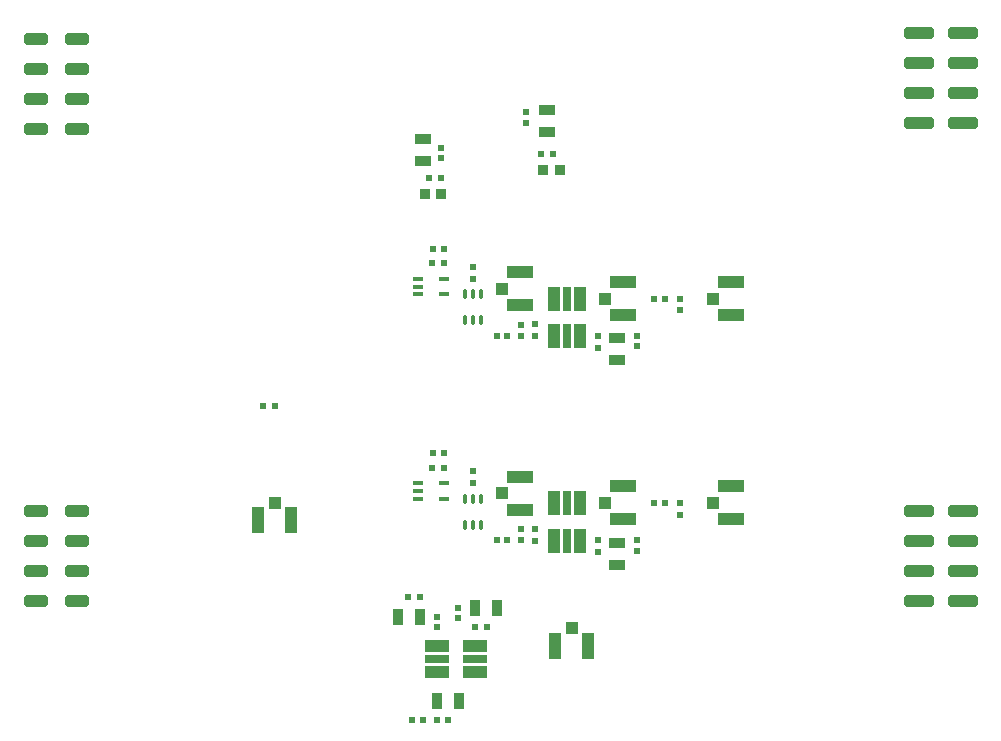
<source format=gtp>
G04*
G04 #@! TF.GenerationSoftware,Altium Limited,Altium Designer,23.0.1 (38)*
G04*
G04 Layer_Color=8421504*
%FSLAX43Y43*%
%MOMM*%
G71*
G04*
G04 #@! TF.SameCoordinates,2E0F9480-7CF3-4E61-B830-77F9E17AB5E5*
G04*
G04*
G04 #@! TF.FilePolarity,Positive*
G04*
G01*
G75*
%ADD15R,0.500X0.500*%
%ADD16R,0.500X0.500*%
%ADD17R,1.400X0.950*%
%ADD18R,1.000X2.000*%
%ADD19R,0.650X2.000*%
%ADD20O,0.350X0.850*%
%ADD21R,0.900X0.400*%
G04:AMPARAMS|DCode=22|XSize=1mm|YSize=2mm|CornerRadius=0.25mm|HoleSize=0mm|Usage=FLASHONLY|Rotation=270.000|XOffset=0mm|YOffset=0mm|HoleType=Round|Shape=RoundedRectangle|*
%AMROUNDEDRECTD22*
21,1,1.000,1.500,0,0,270.0*
21,1,0.500,2.000,0,0,270.0*
1,1,0.500,-0.750,-0.250*
1,1,0.500,-0.750,0.250*
1,1,0.500,0.750,0.250*
1,1,0.500,0.750,-0.250*
%
%ADD22ROUNDEDRECTD22*%
G04:AMPARAMS|DCode=23|XSize=1mm|YSize=2.5mm|CornerRadius=0.25mm|HoleSize=0mm|Usage=FLASHONLY|Rotation=270.000|XOffset=0mm|YOffset=0mm|HoleType=Round|Shape=RoundedRectangle|*
%AMROUNDEDRECTD23*
21,1,1.000,2.000,0,0,270.0*
21,1,0.500,2.500,0,0,270.0*
1,1,0.500,-1.000,-0.250*
1,1,0.500,-1.000,0.250*
1,1,0.500,1.000,0.250*
1,1,0.500,1.000,-0.250*
%
%ADD23ROUNDEDRECTD23*%
%ADD24R,1.050X2.200*%
%ADD25R,1.000X1.000*%
%ADD26R,2.000X1.000*%
%ADD27R,2.000X0.650*%
%ADD28R,0.950X1.400*%
%ADD29R,0.900X0.900*%
%ADD30R,2.200X1.050*%
%ADD31R,1.000X1.000*%
D15*
X89400Y51800D02*
D03*
Y50800D02*
D03*
X85700Y48650D02*
D03*
Y47750D02*
D03*
X82450Y47625D02*
D03*
Y48625D02*
D03*
X77117Y48617D02*
D03*
Y49617D02*
D03*
X75925Y48667D02*
D03*
Y49567D02*
D03*
X71850Y54475D02*
D03*
Y53475D02*
D03*
X69150Y63694D02*
D03*
Y64593D02*
D03*
X76325Y66675D02*
D03*
Y67575D02*
D03*
X70550Y25625D02*
D03*
Y24725D02*
D03*
X68800Y24875D02*
D03*
Y23975D02*
D03*
X71850Y37175D02*
D03*
Y36175D02*
D03*
X75925Y31367D02*
D03*
Y32267D02*
D03*
X77117Y31317D02*
D03*
Y32317D02*
D03*
X82450Y30325D02*
D03*
Y31325D02*
D03*
X85700Y31350D02*
D03*
Y30450D02*
D03*
X89400Y34500D02*
D03*
Y33500D02*
D03*
D16*
X87175Y51800D02*
D03*
X88075D02*
D03*
X73850Y48650D02*
D03*
X74750D02*
D03*
X68400Y54800D02*
D03*
X69400D02*
D03*
X69400Y56025D02*
D03*
X68500D02*
D03*
X68400Y37500D02*
D03*
X69400D02*
D03*
Y38725D02*
D03*
X68500D02*
D03*
X73850Y31350D02*
D03*
X74750D02*
D03*
X87175Y34500D02*
D03*
X88075D02*
D03*
X73000Y23975D02*
D03*
X72000D02*
D03*
X69150Y62025D02*
D03*
X68150D02*
D03*
X68800Y16091D02*
D03*
X69700D02*
D03*
X66725Y16100D02*
D03*
X67625D02*
D03*
X66375Y26550D02*
D03*
X67375D02*
D03*
X77625Y64075D02*
D03*
X78625D02*
D03*
X54075Y42750D02*
D03*
X55075D02*
D03*
D17*
X84075Y48425D02*
D03*
Y46575D02*
D03*
Y31125D02*
D03*
Y29275D02*
D03*
X78154Y65892D02*
D03*
Y67742D02*
D03*
X67616Y63450D02*
D03*
Y65300D02*
D03*
D18*
X80925Y51800D02*
D03*
X78675Y48600D02*
D03*
Y51800D02*
D03*
X80925Y48600D02*
D03*
Y34500D02*
D03*
X78675Y31300D02*
D03*
Y34500D02*
D03*
X80925Y31300D02*
D03*
D19*
X79800Y51800D02*
D03*
Y48600D02*
D03*
X79800Y34500D02*
D03*
Y31300D02*
D03*
D20*
X71200Y49975D02*
D03*
X71850D02*
D03*
X72500D02*
D03*
X71200Y52175D02*
D03*
X71850D02*
D03*
X72500D02*
D03*
X71200Y32675D02*
D03*
X71850D02*
D03*
X72500D02*
D03*
X71200Y34875D02*
D03*
X71850D02*
D03*
X72500D02*
D03*
D21*
X69400Y53475D02*
D03*
Y52175D02*
D03*
X67200D02*
D03*
Y52825D02*
D03*
Y53475D02*
D03*
X69400Y36175D02*
D03*
Y34875D02*
D03*
X67200D02*
D03*
Y35525D02*
D03*
Y36175D02*
D03*
D22*
X38349Y33810D02*
D03*
Y31270D02*
D03*
Y28730D02*
D03*
Y26190D02*
D03*
X34851D02*
D03*
Y28730D02*
D03*
Y31270D02*
D03*
Y33810D02*
D03*
X38349Y73810D02*
D03*
Y71270D02*
D03*
Y68730D02*
D03*
Y66190D02*
D03*
X34851D02*
D03*
Y68730D02*
D03*
Y71270D02*
D03*
Y73810D02*
D03*
D23*
X113300Y33810D02*
D03*
Y31270D02*
D03*
Y28730D02*
D03*
Y26190D02*
D03*
X109602Y33810D02*
D03*
Y31270D02*
D03*
Y28730D02*
D03*
Y26190D02*
D03*
X113300Y74330D02*
D03*
Y71790D02*
D03*
Y69250D02*
D03*
Y66710D02*
D03*
X109602Y74330D02*
D03*
Y71790D02*
D03*
Y69250D02*
D03*
Y66710D02*
D03*
D24*
X78825Y22400D02*
D03*
X81625D02*
D03*
X53675Y33021D02*
D03*
X56475D02*
D03*
D25*
X80225Y23900D02*
D03*
X55075Y34521D02*
D03*
D26*
X68800Y22425D02*
D03*
X72000Y20175D02*
D03*
X68800D02*
D03*
X72000Y22425D02*
D03*
D27*
X68800Y21300D02*
D03*
X72000D02*
D03*
D28*
X68800Y17760D02*
D03*
X70650D02*
D03*
X72000Y25625D02*
D03*
X73850D02*
D03*
X67375Y24875D02*
D03*
X65525D02*
D03*
D29*
X79200Y62650D02*
D03*
X77800D02*
D03*
X67750Y60625D02*
D03*
X69150D02*
D03*
D30*
X93650Y50400D02*
D03*
Y53200D02*
D03*
X84550Y50400D02*
D03*
Y53200D02*
D03*
X75800Y51225D02*
D03*
Y54025D02*
D03*
X75800Y33925D02*
D03*
Y36725D02*
D03*
X93650Y33100D02*
D03*
Y35900D02*
D03*
X84550Y33100D02*
D03*
Y35900D02*
D03*
D31*
X92150Y51800D02*
D03*
X83050Y51800D02*
D03*
X74300Y52625D02*
D03*
Y35325D02*
D03*
X92150Y34500D02*
D03*
X83050Y34500D02*
D03*
M02*

</source>
